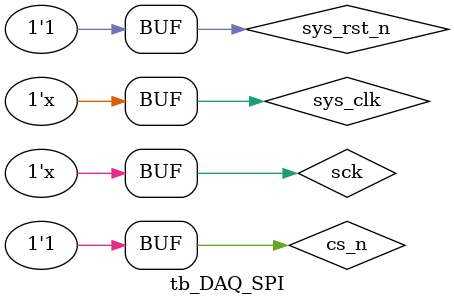
<source format=v>
`timescale  1ns/1ns

module  tb_DAQ_SPI#(
    parameter   data_width = 8,
    parameter   package_size = 2000
);

reg            sys_clk      ;   //ÏµÍ³Ê±ÖÓ£¬ÆµÂÊ50MHz
reg            sys_rst_n    ;   //¸´Î»ÐÅºÅ,µÍµçÆ½ÓÐÐ§
wire    [7:0]  data_out    ;
wire           rd_empty    ;
wire           wr_full     ;
wire    [7:0]  data_in     ;
reg            cs_n        ;   //Æ¬Ñ¡ÐÅºÅ
reg            sck         ;   //´®ÐÐÊ±ÖÓ
wire           miso        ;   //Ö÷Êä³ö´ÓÊäÈëÊý¾Ý
wire    [2:0]  cnt_bit     ;    //±ÈÌØ¼ÆÊýÆ÷
wire    [2:0]  state       ;
wire           daq_clk     ;
wire    [2:0]  sck_cnt     ;
wire           start_trans ;
wire           valid       ;
wire           rd_clk      ;
wire           intr_out    ;
wire           package_ready;
wire           clk_out;
wire           pre_delay_flag;
wire           pos_delay_flag;

initial
    begin
        sys_clk    = 0;
        sys_rst_n  = 0;
        sck        = 0;
        cs_n       = 1;

        #50
        sys_rst_n  = 1;
        cs_n       = 0;

        #3000

        cs_n = 1;

        #500
        cs_n = 0;
        
        #3000
        cs_n = 1;
    end

always  #10 sys_clk  <=  ~sys_clk;
always  #20 sck  <=  ~sck;

Sys#(
    .data_width     (8   ),
    .package_size   (10)
)Sys_inst
(
    .sys_clk     (sys_clk    ),   //ÏµÍ³Ê±ÖÓ£¬ÆµÂÊ50MHz
    .sys_rst_n   (sys_rst_n  ),   //¸´Î»ÐÅºÅ,µÍµçÆ½ÓÐÐ§

    .data_out    (data_out   ),
    .rd_empty    (rd_empty   ),
    .wr_full     (wr_full    ),

    .data_in     (data_in    ),
    .cs_n        (cs_n       ),   //Æ¬Ñ¡ÐÅºÅ
    .sck         (sck        ),   //´®ÐÐÊ±ÖÓ
    .miso        (miso       ),   //Ö÷Êä³ö´ÓÊäÈëÊý¾Ý
    .cnt_bit     (cnt_bit    ),    //±ÈÌØ¼ÆÊýÆ÷
    .state       (state      ),
    .daq_clk     (daq_clk    ),
    .sck_cnt     (sck_cnt    ),
    .start_trans (start_trans),
    .valid       (valid      ),
    .rd_clk      (rd_clk     ),
    .package_ready(package_ready),
    .clk_out     (clk_out    ),
    .pre_delay_flag (pre_delay_flag),
    .pos_delay_flag (pos_delay_flag),
    .intr_out    (intr_out   )

);

endmodule
</source>
